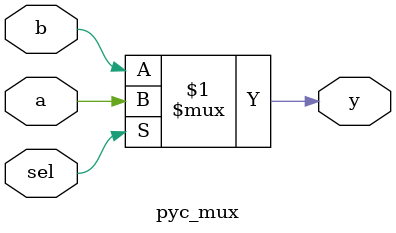
<source format=sv>
module pyc_mux #(
  parameter int WIDTH = 1
) (
  input  logic             sel,
  input  logic [WIDTH-1:0] a,
  input  logic [WIDTH-1:0] b,
  output logic [WIDTH-1:0] y
);
  assign y = sel ? a : b;
endmodule


</source>
